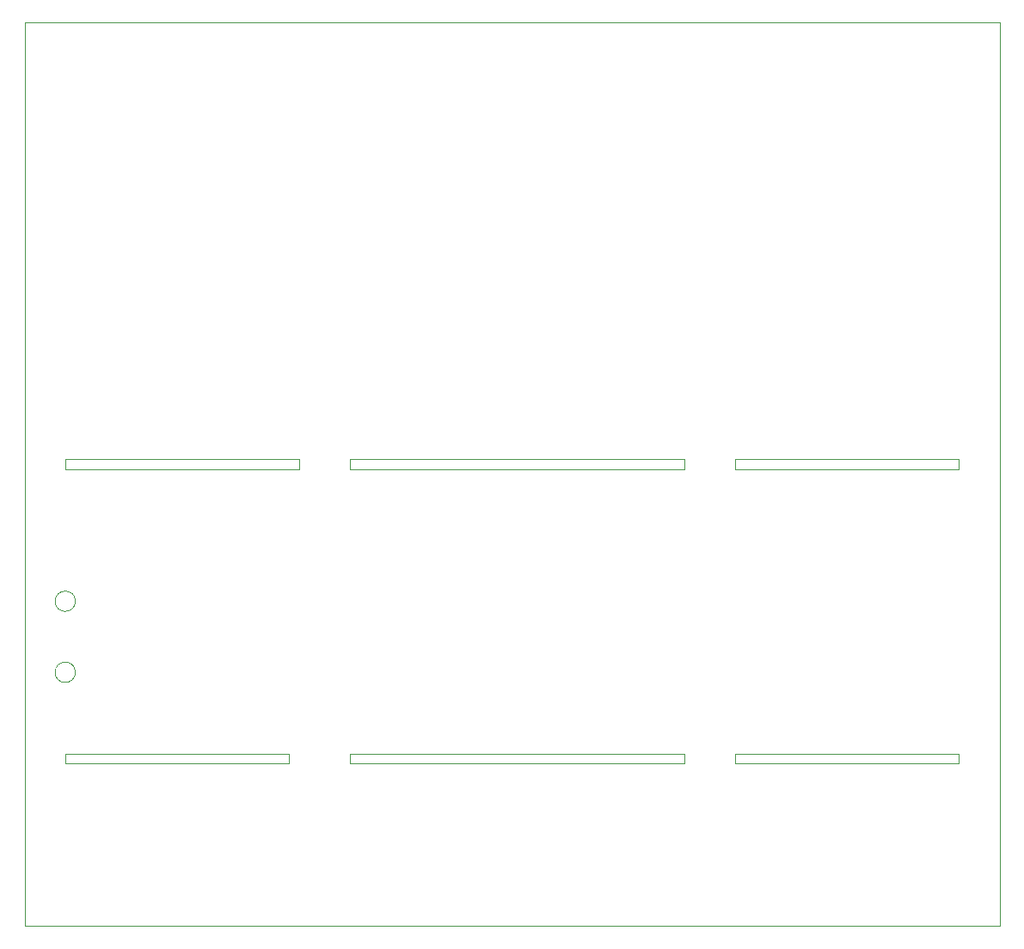
<source format=gbr>
G04 #@! TF.GenerationSoftware,KiCad,Pcbnew,5.1.5-1.fc30*
G04 #@! TF.CreationDate,2020-10-13T00:09:33+02:00*
G04 #@! TF.ProjectId,BeaconTemperature2,42656163-6f6e-4546-956d-706572617475,rev?*
G04 #@! TF.SameCoordinates,Original*
G04 #@! TF.FileFunction,Profile,NP*
%FSLAX46Y46*%
G04 Gerber Fmt 4.6, Leading zero omitted, Abs format (unit mm)*
G04 Created by KiCad (PCBNEW 5.1.5-1.fc30) date 2020-10-13 00:09:33*
%MOMM*%
%LPD*%
G04 APERTURE LIST*
%ADD10C,0.050000*%
G04 APERTURE END LIST*
D10*
X32000000Y-86000000D02*
G75*
G03X32000000Y-86000000I-1000000J0D01*
G01*
X32000000Y-79000000D02*
G75*
G03X32000000Y-79000000I-1000000J0D01*
G01*
X27000000Y-74500000D02*
X27000000Y-22000000D01*
X27000000Y-90250000D02*
X27000000Y-91000000D01*
X27000000Y-87250000D02*
X27000000Y-90250000D01*
X27000000Y-77750000D02*
X27000000Y-87250000D01*
X27000000Y-74500000D02*
X27000000Y-77750000D01*
X119000000Y-94000000D02*
X97000000Y-94000000D01*
X119000000Y-95000000D02*
X119000000Y-94000000D01*
X97000000Y-95000000D02*
X119000000Y-95000000D01*
X97000000Y-94000000D02*
X97000000Y-95000000D01*
X92000000Y-94000000D02*
X59000000Y-94000000D01*
X92000000Y-95000000D02*
X92000000Y-94000000D01*
X59000000Y-95000000D02*
X92000000Y-95000000D01*
X59000000Y-94000000D02*
X59000000Y-95000000D01*
X53000000Y-95000000D02*
X53000000Y-94000000D01*
X31000000Y-95000000D02*
X53000000Y-95000000D01*
X31000000Y-94000000D02*
X31000000Y-95000000D01*
X53000000Y-94000000D02*
X31000000Y-94000000D01*
X27000000Y-111000000D02*
X58000000Y-111000000D01*
X123000000Y-111000000D02*
X123000000Y-91000000D01*
X101000000Y-111000000D02*
X123000000Y-111000000D01*
X58000000Y-111000000D02*
X101000000Y-111000000D01*
X27000000Y-91000000D02*
X27000000Y-111000000D01*
X97000000Y-66000000D02*
X97000000Y-65000000D01*
X119000000Y-66000000D02*
X97000000Y-66000000D01*
X119000000Y-65000000D02*
X119000000Y-66000000D01*
X97000000Y-65000000D02*
X119000000Y-65000000D01*
X59000000Y-66000000D02*
X59000000Y-65000000D01*
X92000000Y-66000000D02*
X59000000Y-66000000D01*
X92000000Y-65000000D02*
X92000000Y-66000000D01*
X59000000Y-65000000D02*
X92000000Y-65000000D01*
X31000000Y-65000000D02*
X31000000Y-66000000D01*
X54000000Y-65000000D02*
X31000000Y-65000000D01*
X54000000Y-66000000D02*
X54000000Y-65000000D01*
X31000000Y-66000000D02*
X54000000Y-66000000D01*
X123000000Y-22000000D02*
X123000000Y-91000000D01*
X27000000Y-22000000D02*
X123000000Y-22000000D01*
M02*

</source>
